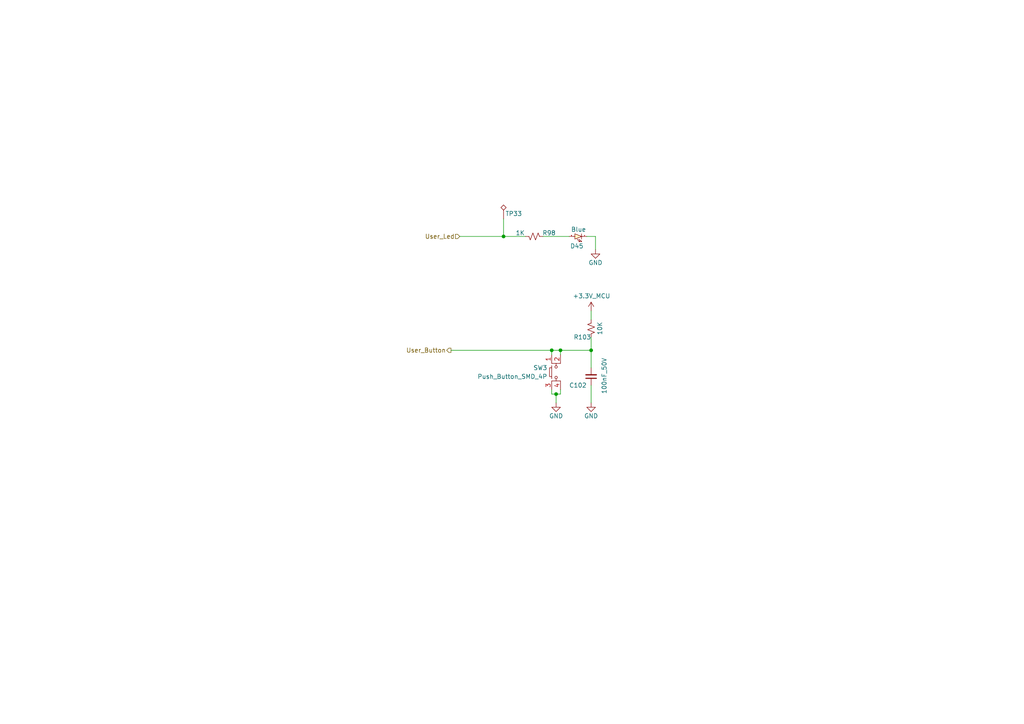
<source format=kicad_sch>
(kicad_sch (version 20231120) (generator "eeschema") (generator_version "8.0")
  (paper "A4")
  (lib_symbols
    (symbol "AKE_Capacitor:Capacitor_UnPolarised" (pin_numbers hide) (pin_names (offset 0.254) hide)
      (property "Reference" "C" (at 0.254 1.778 0))
      (property "Value" "Capacitor_UnPolarised" (at 0.254 -2.032 0))
      (symbol "Capacitor_UnPolarised_0_1"
        (polyline (pts (xy -1.524 -0.508) (xy 1.524 -0.508)) (stroke (width 0.3302)))
        (polyline (pts (xy -1.524 0.508) (xy 1.524 0.508)) (stroke (width 0.3048)))
      )
      (symbol "Capacitor_UnPolarised_1_1"
        (pin passive line (at 0 2.54 270) (length 2.032) (name "~") (number "1"))
        (pin passive line (at 0 -2.54 90) (length 2.032) (name "~") (number "2"))
      )
    )
    (symbol "AKE_Device:Push_Button_SMD_4P" (pin_names (offset 1.016))
      (property "Reference" "SW" (at 1.27 -1.27 0))
      (property "Value" "Push_Button_SMD_4P" (at 2.54 5.08 0))
      (symbol "Push_Button_SMD_4P_0_1"
        (polyline (pts (xy 2.54 1.27) (xy 3.175 1.27)))
        (polyline (pts (xy 2.54 2.54) (xy 2.54 0)))
        (polyline (pts (xy 3.81 2.54) (xy 3.175 2.54)))
        (polyline (pts (xy 3.81 2.54) (xy 6.35 2.54)))
        (polyline (pts (xy 6.35 2.54) (xy 6.985 2.54)))
        (polyline (pts (xy 7.62 1.27) (xy 6.985 1.27)))
        (polyline (pts (xy 7.62 2.54) (xy 7.62 0)))
        (polyline (pts (xy 3.81 2.54) (xy 3.81 3.175) (xy 6.35 3.175) (xy 6.35 2.54)))
        (circle (center 3.556 1.27) (radius 0.3556))
        (circle (center 6.604 1.27) (radius 0.3556))
      )
      (symbol "Push_Button_SMD_4P_1_1"
        (pin input line (at 0 2.54 0) (length 2.54) (name "~") (number "1"))
        (pin input line (at 0 0 0) (length 2.54) (name "~") (number "2"))
        (pin input line (at 10.16 2.54 180) (length 2.54) (name "~") (number "3"))
        (pin input line (at 10.16 0 180) (length 2.54) (name "~") (number "4"))
      )
    )
    (symbol "AKE_Device:Test_Point" (pin_numbers hide) (pin_names (offset 0.762) hide)
      (property "Reference" "TP" (at 0 6.858 0))
      (property "Value" "Test_Point" (at 0 5.08 0))
      (symbol "Test_Point_0_1"
        (polyline (pts (xy 0 2.54) (xy -0.762 3.302) (xy 0 4.064) (xy 0.762 3.302) (xy 0 2.54)))
      )
      (symbol "Test_Point_1_1"
        (pin passive line (at 0 0 90) (length 2.54) (name "1") (number "1"))
      )
    )
    (symbol "AKE_Diode:Diode_LED" (pin_names (offset 1.016))
      (property "Reference" "D" (at -3.81 2.54 0))
      (property "Value" "Diode_LED" (at -2.54 5.08 0))
      (symbol "Diode_LED_0_1"
        (polyline (pts (xy 1.27 1.27) (xy 1.524 1.27)) (stroke (width 0.1524)))
        (polyline (pts (xy 1.524 2.032) (xy 1.524 0.508)) (stroke (width 0.1524)))
        (polyline (pts (xy 2.286 0.508) (xy 1.524 -0.254)) (stroke (width 0.1524)))
        (polyline (pts (xy 2.794 0.508) (xy 2.032 -0.254)) (stroke (width 0.1524)))
        (polyline (pts (xy 3.81 1.27) (xy 3.429 1.27)) (stroke (width 0.1524)))
        (polyline (pts (xy 1.524 0) (xy 1.524 -0.254) (xy 1.778 -0.254)) (stroke (width 0.1524)))
        (polyline (pts (xy 2.032 0) (xy 2.032 -0.254) (xy 2.286 -0.254)) (stroke (width 0.1524)))
        (polyline (pts (xy 1.524 1.27) (xy 3.429 2.032) (xy 3.429 0.508) (xy 1.524 1.27)) (stroke (width 0.1524)) (fill (type background)))
      )
      (symbol "Diode_LED_1_1"
        (pin passive line (at 0 1.27 0) (length 1.27) (name "~") (number "1"))
        (pin passive line (at 5.08 1.27 180) (length 1.27) (name "~") (number "2"))
      )
    )
    (symbol "AKE_Power:+3.3V" (power) (pin_names (offset 0))
      (property "Value" "+3.3V" (at 0 3.556 0))
      (symbol "+3.3V_0_1"
        (polyline (pts (xy -0.762 1.27) (xy 0 2.54)))
        (polyline (pts (xy 0 0) (xy 0 2.54)))
        (polyline (pts (xy 0 2.54) (xy 0.762 1.27)))
      )
      (symbol "+3.3V_1_1"
        (pin power_in line (at 0 0 90) (length 0) hide (name "+3.3V") (number "1"))
      )
    )
    (symbol "AKE_Power:GND" (power) (pin_names (offset 0))
      (property "Value" "GND" (at 0 -3.81 0))
      (symbol "GND_0_1"
        (polyline (pts (xy 0 0) (xy 0 -1.27) (xy 1.27 -1.27) (xy 0 -2.54) (xy -1.27 -1.27) (xy 0 -1.27)))
      )
      (symbol "GND_1_1"
        (pin power_in line (at 0 0 270) (length 0) hide (name "GND") (number "1"))
      )
    )
    (symbol "AKE_Resistor:Resistor_US" (pin_numbers hide) (pin_names (offset 0.254) hide)
      (property "Reference" "R" (at 0.762 0.508 0))
      (property "Value" "Resistor_US" (at 0.762 -1.016 0))
      (symbol "Resistor_US_1_1"
        (polyline (pts (xy 0 0) (xy 1.016 -0.381) (xy 0 -0.762) (xy -1.016 -1.143) (xy 0 -1.524)))
        (polyline (pts (xy 0 1.524) (xy 1.016 1.143) (xy 0 0.762) (xy -1.016 0.381) (xy 0 0)))
        (pin passive line (at 0 2.54 270) (length 1.016) (name "~") (number "1"))
        (pin passive line (at 0 -2.54 90) (length 1.016) (name "~") (number "2"))
      )
    )
  )
  (junction (at 171.45 101.6))
  (junction (at 161.29 114.3))
  (junction (at 146.05 68.58))
  (junction (at 160.02 101.6))
  (junction (at 162.56 101.6))
  (wire (pts (xy 171.45 101.6) (xy 171.45 106.68)))
  (wire (pts (xy 161.29 114.3) (xy 161.29 116.84)))
  (wire (pts (xy 172.72 72.39) (xy 172.72 68.58)))
  (wire (pts (xy 162.56 101.6) (xy 160.02 101.6)))
  (wire (pts (xy 162.56 114.3) (xy 161.29 114.3)))
  (wire (pts (xy 171.45 101.6) (xy 162.56 101.6)))
  (wire (pts (xy 146.05 63.5) (xy 146.05 68.58)))
  (wire (pts (xy 160.02 101.6) (xy 130.81 101.6)))
  (wire (pts (xy 160.02 114.3) (xy 160.02 113.03)))
  (wire (pts (xy 161.29 114.3) (xy 160.02 114.3)))
  (wire (pts (xy 171.45 111.76) (xy 171.45 116.84)))
  (wire (pts (xy 160.02 101.6) (xy 160.02 102.87)))
  (wire (pts (xy 165.1 68.58) (xy 157.48 68.58)))
  (wire (pts (xy 162.56 101.6) (xy 162.56 102.87)))
  (wire (pts (xy 171.45 97.79) (xy 171.45 101.6)))
  (wire (pts (xy 172.72 68.58) (xy 170.18 68.58)))
  (wire (pts (xy 146.05 68.58) (xy 152.4 68.58)))
  (wire (pts (xy 171.45 90.17) (xy 171.45 92.71)))
  (wire (pts (xy 162.56 113.03) (xy 162.56 114.3)))
  (wire (pts (xy 133.35 68.58) (xy 146.05 68.58)))
  (hierarchical_label "User_Led" (shape input) (at 133.35 68.58 180))
  (hierarchical_label "User_Button" (shape output) (at 130.81 101.6 180))
  (symbol (lib_id "AKE_Power:GND") (at 172.72 72.39 0) (unit 1)
    (property "Reference" "#PWR0102" (effects (hide yes)))
    (property "Value" "GND" (at 172.72 76.2 0))
  )
  (symbol (lib_id "AKE_Device:Test_Point") (at 146.05 63.5 0) (unit 1)
    (property "Reference" "TP33" (at 146.558 61.976 0) (effects (justify left)))
    (property "Value" "Test_Point" (effects (hide yes)))
    (property "Footprint" "AKE_PCB:TEST_POINT" (effects (hide yes)))
    (property "Description" "test point (alternative shape)" (effects (hide yes)))
  )
  (symbol (lib_id "AKE_Power:GND") (at 161.29 116.84 0) (mirror y) (unit 1)
    (property "Reference" "#PWR0101" (effects (hide yes)))
    (property "Value" "GND" (at 161.29 120.65 0))
  )
  (symbol (lib_id "AKE_Power:GND") (at 171.45 116.84 0) (mirror y) (unit 1)
    (property "Reference" "#PWR0100" (effects (hide yes)))
    (property "Value" "GND" (at 171.45 120.65 0))
  )
  (symbol (lib_id "AKE_Diode:Diode_LED") (at 170.18 69.85 0) (mirror y) (unit 1)
    (property "Reference" "D45" (at 165.354 71.374 0) (effects (justify right)))
    (property "Value" "Blue" (at 165.608 66.548 0) (effects (justify right)))
    (property "Footprint" "AKE_Led_SMD:LED_0805" (effects (hide yes)))
    (property "MFG P/N" "*" (effects (hide yes)))
  )
  (symbol (lib_id "AKE_Resistor:Resistor_US") (at 171.45 95.25 0) (mirror x) (unit 1)
    (property "Reference" "R103" (at 168.91 97.79 0))
    (property "Value" "10K" (at 173.99 95.25 90))
    (property "Footprint" "AKE_Resistor_SMD:RES_0603" (effects (hide yes)))
    (property "MFG P/N" "*" (effects (hide yes)))
  )
  (symbol (lib_id "AKE_Device:Push_Button_SMD_4P") (at 162.56 102.87 90) (mirror x) (unit 1)
    (property "Reference" "SW3" (at 158.75 106.6799 90) (effects (justify left)))
    (property "Value" "Push_Button_SMD_4P" (at 158.75 109.2199 90) (effects (justify left)))
    (property "Footprint" "AKE_Button_SMD_TH:SW_PTS645SK50SMTR92" (effects (hide yes)))
    (property "Datasheet" "https://www.ckswitches.com/media/1471/pts645.pdf" (effects (hide yes)))
    (property "MFG P/N" "PTS645SK50SMTR92 LFS" (effects (hide yes)))
  )
  (symbol (lib_id "AKE_Power:+3.3V") (at 171.45 90.17 0) (mirror y) (unit 1)
    (property "Reference" "#PWR087" (effects (hide yes)))
    (property "Value" "+3.3V_MCU" (at 177.038 85.852 0) (effects (justify left)))
  )
  (symbol (lib_id "AKE_Capacitor:Capacitor_UnPolarised") (at 171.45 109.22 0) (mirror x) (unit 1)
    (property "Reference" "C102" (at 170.18 111.76 0) (effects (justify right)))
    (property "Value" "100nF_50V" (at 175.26 114.3 90) (effects (justify right)))
    (property "Footprint" "AKE_Capacitor_SMD:CAP_0603" (effects (hide yes)))
    (property "MFG P/N" "*" (effects (hide yes)))
  )
  (symbol (lib_id "AKE_Resistor:Resistor_US") (at 154.94 68.58 90) (mirror x) (unit 1)
    (property "Reference" "R98" (at 159.258 67.564 90))
    (property "Value" "1K" (at 150.876 67.564 90))
    (property "Footprint" "AKE_Resistor_SMD:RES_0603" (effects (hide yes)))
    (property "MFG P/N" "*" (effects (hide yes)))
  )
)
</source>
